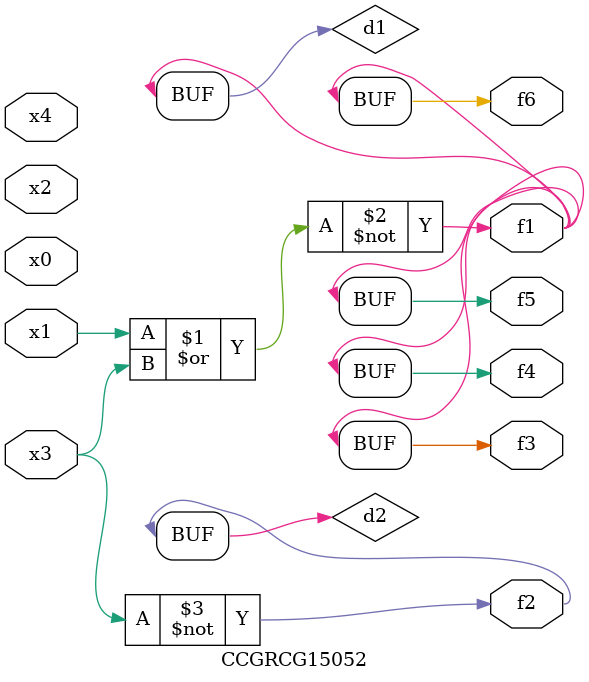
<source format=v>
module CCGRCG15052(
	input x0, x1, x2, x3, x4,
	output f1, f2, f3, f4, f5, f6
);

	wire d1, d2;

	nor (d1, x1, x3);
	not (d2, x3);
	assign f1 = d1;
	assign f2 = d2;
	assign f3 = d1;
	assign f4 = d1;
	assign f5 = d1;
	assign f6 = d1;
endmodule

</source>
